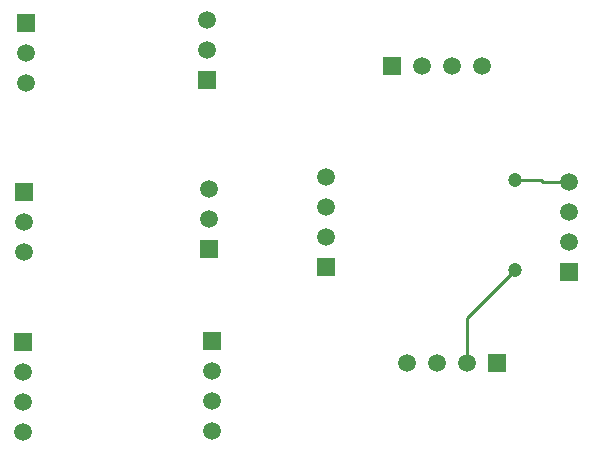
<source format=gbl>
G04*
G04 #@! TF.GenerationSoftware,Altium Limited,Altium Designer,20.0.9 (164)*
G04*
G04 Layer_Physical_Order=2*
G04 Layer_Color=16711680*
%FSLAX25Y25*%
%MOIN*%
G70*
G01*
G75*
%ADD12C,0.01000*%
%ADD27C,0.05906*%
%ADD28R,0.05906X0.05906*%
%ADD29C,0.04724*%
%ADD30R,0.05906X0.05906*%
D12*
X161000Y39000D02*
Y54000D01*
X177000Y70000D01*
X186200Y99500D02*
X195000D01*
X185700Y100000D02*
X186200Y99500D01*
X177000Y100000D02*
X185700D01*
D27*
X195000Y99500D02*
D03*
Y89500D02*
D03*
Y79500D02*
D03*
X141000Y39000D02*
D03*
X151000D02*
D03*
X161000D02*
D03*
X114000Y101000D02*
D03*
Y91000D02*
D03*
Y81000D02*
D03*
X166000Y138000D02*
D03*
X156000D02*
D03*
X146000D02*
D03*
X14000Y142500D02*
D03*
Y132500D02*
D03*
X74500Y143500D02*
D03*
Y153500D02*
D03*
X13000Y16000D02*
D03*
Y26000D02*
D03*
Y36000D02*
D03*
X13500Y86000D02*
D03*
Y76000D02*
D03*
X75000Y87000D02*
D03*
Y97000D02*
D03*
X76000Y16500D02*
D03*
Y26500D02*
D03*
Y36500D02*
D03*
D28*
X195000Y69500D02*
D03*
X114000Y71000D02*
D03*
X14000Y152500D02*
D03*
X74500Y133500D02*
D03*
X13000Y46000D02*
D03*
X13500Y96000D02*
D03*
X75000Y77000D02*
D03*
X76000Y46500D02*
D03*
D29*
X177000Y100000D02*
D03*
Y70000D02*
D03*
D30*
X171000Y39000D02*
D03*
X136000Y138000D02*
D03*
M02*

</source>
